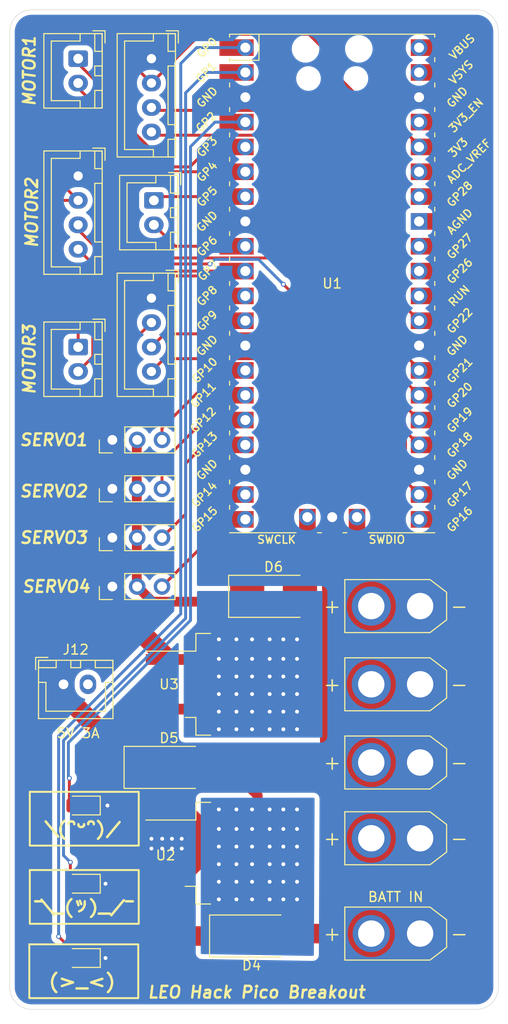
<source format=kicad_pcb>
(kicad_pcb (version 20211014) (generator pcbnew)
  (layers (0 "F.Cu" signal) (31 "B.Cu" signal) (34 "B.Paste" user) (35 "F.Paste" user) (36 "B.SilkS" user "B.Silkscreen") (37 "F.SilkS" user "F.Silkscreen") (38 "B.Mask" user) (39 "F.Mask" user) (44 "Edge.Cuts" user))
  (net 0 "")
  (net 1 "Net-(D4-Pad1)")
  (net 2 "+BATT")
  (net 3 "+5VD")
  (net 4 "Net-(D5-Pad2)")
  (net 5 "+5V")
  (net 6 "Net-(D6-Pad2)")
  (net 7 "SERVO1")
  (net 8 "SERVO3")
  (net 9 "SERVO2")
  (net 10 "SERVO4")
  (net 20 "LEDA")
  (net 21 "LEDB")
  (net 22 "LEDC")
  (net 23 "MOTOR1_DIR")
  (net 24 "MOTOR1_PWM")
  (net 25 "MOTOR2_DIR")
  (net 26 "MOTOR2_PWM")
  (net 27 "MOTOR3_DIR")
  (net 28 "MOTOR3_PWM")
  (net 29 "ENC1_B")
  (net 30 "ENC1_A")
  (net 31 "+3V3")
  (net 32 "GND")
  (net 33 "ENC2_B")
  (net 34 "ENC2_A")
  (net 35 "ENC3_B")
  (net 36 "ENC3_A")
  (footprint "MCU_RaspberryPi_and_Boards:RPi_Pico_SMD_TH" (layer "F.Cu") (at 102 86)
    (fp_text reference "U1" (at 0 0) (layer "F.SilkS"))
    (fp_text value "Pico")
    (fp_text user "GP19" (at 13.054 13.97 45) (layer "F.SilkS") (effects (font (size 0.8 0.8))))
    (fp_text user "GP6" (at -12.8 -3.81 45) (layer "F.SilkS") (effects (font (size 0.8 0.8))))
    (fp_text user "GND" (at -12.8 -19.05 45) (layer "F.SilkS") (effects (font (size 0.8 0.8))))
    (fp_text user "GP9" (at -12.8 3.81 45) (layer "F.SilkS") (effects (font (size 0.8 0.8))))
    (fp_text user "VBUS" (at 13.3 -24.2 45) (layer "F.SilkS") (effects (font (size 0.8 0.8))))
    (fp_text user "GP17" (at 13.054 21.59 45) (layer "F.SilkS") (effects (font (size 0.8 0.8))))
    (fp_text user "GP21" (at 13.054 8.9 45) (layer "F.SilkS") (effects (font (size 0.8 0.8))))
    (fp_text user "GND" (at -12.8 -6.35 45) (layer "F.SilkS") (effects (font (size 0.8 0.8))))
    (fp_text user "VSYS" (at 13.2 -21.59 45) (layer "F.SilkS") (effects (font (size 0.8 0.8))))
    (fp_text user "SWDIO" (at 5.6 26.2) (layer "F.SilkS") (effects (font (size 0.8 0.8))))
    (fp_text user "GND" (at 12.8 -19.05 45) (layer "F.SilkS") (effects (font (size 0.8 0.8))))
    (fp_text user "GND" (at 12.8 19.05 45) (layer "F.SilkS") (effects (font (size 0.8 0.8))))
    (fp_text user "GP13" (at -13.054 16.51 45) (layer "F.SilkS") (effects (font (size 0.8 0.8))))
    (fp_text user "GND" (at -12.8 6.35 45) (layer "F.SilkS") (effects (font (size 0.8 0.8))))
    (fp_text user "GP10" (at -13.054 8.89 45) (layer "F.SilkS") (effects (font (size 0.8 0.8))))
    (fp_text user "GP0" (at -12.8 -24.13 45) (layer "F.SilkS") (effects (font (size 0.8 0.8))))
    (fp_text user "GP15" (at -13.054 24.13 45) (layer "F.SilkS") (effects (font (size 0.8 0.8))))
    (fp_text user "GP14" (at -13.1 21.59 45) (layer "F.SilkS") (effects (font (size 0.8 0.8))))
    (fp_text user "GP22" (at 13.054 3.81 45) (layer "F.SilkS") (effects (font (size 0.8 0.8))))
    (fp_text user "3V3" (at 12.9 -13.9 45) (layer "F.SilkS") (effects (font (size 0.8 0.8))))
    (fp_text user "GP20" (at 13.054 11.43 45) (layer "F.SilkS") (effects (font (size 0.8 0.8))))
    (fp_text user "GND" (at 12.8 6.35 45) (layer "F.SilkS") (effects (font (size 0.8 0.8))))
    (fp_text user "GP4" (at -12.8 -11.43 45) (layer "F.SilkS") (effects (font (size 0.8 0.8))))
    (fp_text user "3V3_EN" (at 13.7 -17.2 45) (layer "F.SilkS") (effects (font (size 0.8 0.8))))
    (fp_text user "GP8" (at -12.8 1.27 45) (layer "F.SilkS") (effects (font (size 0.8 0.8))))
    (fp_text user "SWCLK" (at -5.7 26.2) (layer "F.SilkS") (effects (font (size 0.8 0.8))))
    (fp_text user "GP7" (at -12.7 -1.3 45) (layer "F.SilkS") (effects (font (size 0.8 0.8))))
    (fp_text user "ADC_VREF" (at 14 -12.5 45) (layer "F.SilkS") (effects (font (size 0.8 0.8))))
    (fp_text user "GP3" (at -12.8 -13.97 45) (layer "F.SilkS") (effects (font (size 0.8 0.8))))
    (fp_text user "GP11" (at -13.2 11.43 45) (layer "F.SilkS") (effects (font (size 0.8 0.8))))
    (fp_text user "GP26" (at 13.054 -1.27 45) (layer "F.SilkS") (effects (font (size 0.8 0.8))))
    (fp_text user "RUN" (at 13 1.27 45) (layer "F.SilkS") (effects (font (size 0.8 0.8))))
    (fp_text user "GP18" (at 13.054 16.51 45) (layer "F.SilkS") (effects (font (size 0.8 0.8))))
    (fp_text user "GND" (at -12.8 19.05 45) (layer "F.SilkS") (effects (font (size 0.8 0.8))))
    (fp_text user "GP5" (at -12.8 -8.89 45) (layer "F.SilkS") (effects (font (size 0.8 0.8))))
    (fp_text user "AGND" (at 13.054 -6.35 45) (layer "F.SilkS") (effects (font (size 0.8 0.8))))
    (fp_text user "GP2" (at -12.9 -16.51 45) (layer "F.SilkS") (effects (font (size 0.8 0.8))))
    (fp_text user "GP12" (at -13.2 13.97 45) (layer "F.SilkS") (effects (font (size 0.8 0.8))))
    (fp_text user "GP16" (at 13.054 24.13 45) (layer "F.SilkS") (effects (font (size 0.8 0.8))))
    (fp_text user "GP28" (at 13.054 -9.144 45) (layer "F.SilkS") (effects (font (size 0.8 0.8))))
    (fp_text user "GP27" (at 13.054 -3.8 45) (layer "F.SilkS") (effects (font (size 0.8 0.8))))
    (fp_text user "GP1" (at -12.9 -21.6 45) (layer "F.SilkS") (effects (font (size 0.8 0.8))))
    (pad "" np_thru_hole oval locked (at 2.425 -20.97) (size 1.5 1.5) (drill 1.5) (layers *.Cu *.Mask))
    (pad "" np_thru_hole oval locked (at -2.425 -20.97) (size 1.5 1.5) (drill 1.5) (layers *.Cu *.Mask))
    (pad "" np_thru_hole oval locked (at 2.725 -24) (size 1.8 1.8) (drill 1.8) (layers *.Cu *.Mask))
    (pad "" np_thru_hole oval locked (at -2.725 -24) (size 1.8 1.8) (drill 1.8) (layers *.Cu *.Mask))
    (pad "1" thru_hole oval locked (at -8.89 -24.13) (size 1.7 1.7) (drill 1.02) (layers *.Cu *.Mask) (net 20 "LEDA"))
    (pad "1" smd rect locked (at -8.89 -24.13) (size 3.5 1.7) (drill (offset -0.9 0)) (layers "F.Cu" "F.Mask") (net 20 "LEDA"))
    (pad "2" thru_hole oval locked (at -8.89 -21.59) (size 1.7 1.7) (drill 1.02) (layers *.Cu *.Mask) (net 21 "LEDB"))
    (pad "2" smd rect locked (at -8.89 -21.59) (size 3.5 1.7) (drill (offset -0.9 0)) (layers "F.Cu" "F.Mask") (net 21 "LEDB"))
    (pad "3" smd rect locked (at -8.89 -19.05) (size 3.5 1.7) (drill (offset -0.9 0)) (layers "F.Cu" "F.Mask") (net 32 "GND"))
    (pad "3" thru_hole rect locked (at -8.89 -19.05) (size 1.7 1.7) (drill 1.02) (layers *.Cu *.Mask) (net 32 "GND"))
    (pad "4" thru_hole oval locked (at -8.89 -16.51) (size 1.7 1.7) (drill 1.02) (layers *.Cu *.Mask) (net 22 "LEDC"))
    (pad "4" smd rect locked (at -8.89 -16.51) (size 3.5 1.7) (drill (offset -0.9 0)) (layers "F.Cu" "F.Mask") (net 22 "LEDC"))
    (pad "5" thru_hole oval locked (at -8.89 -13.97) (size 1.7 1.7) (drill 1.02) (layers *.Cu *.Mask) (net 24 "MOTOR1_PWM"))
    (pad "5" smd rect locked (at -8.89 -13.97) (size 3.5 1.7) (drill (offset -0.9 0)) (layers "F.Cu" "F.Mask") (net 24 "MOTOR1_PWM"))
    (pad "6" smd rect locked (at -8.89 -11.43) (size 3.5 1.7) (drill (offset -0.9 0)) (layers "F.Cu" "F.Mask") (net 23 "MOTOR1_DIR"))
    (pad "6" thru_hole oval locked (at -8.89 -11.43) (size 1.7 1.7) (drill 1.02) (layers *.Cu *.Mask) (net 23 "MOTOR1_DIR"))
    (pad "7" smd rect locked (at -8.89 -8.89) (size 3.5 1.7) (drill (offset -0.9 0)) (layers "F.Cu" "F.Mask") (net 26 "MOTOR2_PWM"))
    (pad "7" thru_hole oval locked (at -8.89 -8.89) (size 1.7 1.7) (drill 1.02) (layers *.Cu *.Mask) (net 26 "MOTOR2_PWM"))
    (pad "8" smd rect locked (at -8.89 -6.35) (size 3.5 1.7) (drill (offset -0.9 0)) (layers "F.Cu" "F.Mask") (net 32 "GND"))
    (pad "8" thru_hole rect locked (at -8.89 -6.35) (size 1.7 1.7) (drill 1.02) (layers *.Cu *.Mask) (net 32 "GND"))
    (pad "9" thru_hole oval locked (at -8.89 -3.81) (size 1.7 1.7) (drill 1.02) (layers *.Cu *.Mask) (net 25 "MOTOR2_DIR"))
    (pad "9" smd rect locked (at -8.89 -3.81) (size 3.5 1.7) (drill (offset -0.9 0)) (layers "F.Cu" "F.Mask") (net 25 "MOTOR2_DIR"))
    (pad "10" smd rect locked (at -8.89 -1.27) (size 3.5 1.7) (drill (offset -0.9 0)) (layers "F.Cu" "F.Mask") (net 28 "MOTOR3_PWM"))
    (pad "10" thru_hole oval locked (at -8.89 -1.27) (size 1.7 1.7) (drill 1.02) (layers *.Cu *.Mask) (net 28 "MOTOR3_PWM"))
    (pad "11" smd rect locked (at -8.89 1.27) (size 3.5 1.7) (drill (offset -0.9 0)) (layers "F.Cu" "F.Mask") (net 27 "MOTOR3_DIR"))
    (pad "11" thru_hole oval locked (at -8.89 1.27) (size 1.7 1.7) (drill 1.02) (layers *.Cu *.Mask) (net 27 "MOTOR3_DIR"))
    (pad "12" smd rect locked (at -8.89 3.81) (size 3.5 1.7) (drill (offset -0.9 0)) (layers "F.Cu" "F.Mask"))
    (pad "12" thru_hole oval locked (at -8.89 3.81) (size 1.7 1.7) (drill 1.02) (layers *.Cu *.Mask))
    (pad "13" smd rect locked (at -8.89 6.35) (size 3.5 1.7) (drill (offset -0.9 0)) (layers "F.Cu" "F.Mask") (net 32 "GND"))
    (pad "13" thru_hole rect locked (at -8.89 6.35) (size 1.7 1.7) (drill 1.02) (layers *.Cu *.Mask) (net 32 "GND"))
    (pad "14" smd rect locked (at -8.89 8.89) (size 3.5 1.7) (drill (offset -0.9 0)) (layers "F.Cu" "F.Mask") (net 7 "SERVO1"))
    (pad "14" thru_hole oval locked (at -8.89 8.89) (size 1.7 1.7) (drill 1.02) (layers *.Cu *.Mask) (net 7 "SERVO1"))
    (pad "15" smd rect locked (at -8.89 11.43) (size 3.5 1.7) (drill (offset -0.9 0)) (layers "F.Cu" "F.Mask") (net 9 "SERVO2"))
    (pad "15" thru_hole oval locked (at -8.89 11.43) (size 1.7 1.7) (drill 1.02) (layers *.Cu *.Mask) (net 9 "SERVO2"))
    (pad "16" thru_hole oval locked (at -8.89 13.97) (size 1.7 1.7) (drill 1.02) (layers *.Cu *.Mask) (net 8 "SERVO3"))
    (pad "16" smd rect locked (at -8.89 13.97) (size 3.5 1.7) (drill (offset -0.9 0)) (layers "F.Cu" "F.Mask") (net 8 "SERVO3"))
    (pad "17" smd rect locked (at -8.89 16.51) (size 3.5 1.7) (drill (offset -0.9 0)) (layers "F.Cu" "F.Mask") (net 10 "SERVO4"))
    (pad "17" thru_hole oval locked (at -8.89 16.51) (size 1.7 1.7) (drill 1.02) (layers *.Cu *.Mask) (net 10 "SERVO4"))
    (pad "18" thru_hole rect locked (at -8.89 19.05) (size 1.7 1.7) (drill 1.02) (layers *.Cu *.Mask) (net 32 "GND"))
    (pad "18" smd rect locked (at -8.89 19.05) (size 3.5 1.7) (drill (offset -0.9 0)) (layers "F.Cu" "F.Mask") (net 32 "GND"))
    (pad "19" smd rect locked (at -8.89 21.59) (size 3.5 1.7) (drill (offset -0.9 0)) (layers "F.Cu" "F.Mask"))
    (pad "19" thru_hole oval locked (at -8.89 21.59) (size 1.7 1.7) (drill 1.02) (layers *.Cu *.Mask))
    (pad "20" thru_hole oval locked (at -8.89 24.13) (size 1.7 1.7) (drill 1.02) (layers *.Cu *.Mask))
    (pad "20" smd rect locked (at -8.89 24.13) (size 3.5 1.7) (drill (offset -0.9 0)) (layers "F.Cu" "F.Mask"))
    (pad "21" smd rect locked (at 8.89 24.13) (size 3.5 1.7) (drill (offset 0.9 0)) (layers "F.Cu" "F.Mask"))
    (pad "21" thru_hole oval locked (at 8.89 24.13) (size 1.7 1.7) (drill 1.02) (layers *.Cu *.Mask))
    (pad "22" smd rect locked (at 8.89 21.59) (size 3.5 1.7) (drill (offset 0.9 0)) (layers "F.Cu" "F.Mask") (net 35 "ENC3_B"))
    (pad "22" thru_hole oval locked (at 8.89 21.59) (size 1.7 1.7) (drill 1.02) (layers *.Cu *.Mask) (net 35 "ENC3_B"))
    (pad "23" thru_hole rect locked (at 8.89 19.05) (size 1.7 1.7) (drill 1.02) (layers *.Cu *.Mask) (net 32 "GND"))
    (pad "23" smd rect locked (at 8.89 19.05) (size 3.5 1.7) (drill (offset 0.9 0)) (layers "F.Cu" "F.Mask") (net 32 "GND"))
    (pad "24" smd rect locked (at 8.89 16.51) (size 3.5 1.7) (drill (offset 0.9 0)) (layers "F.Cu" "F.Mask") (net 36 "ENC3_A"))
    (pad "24" thru_hole oval locked (at 8.89 16.51) (size 1.7 1.7) (drill 1.02) (layers *.Cu *.Mask) (net 36 "ENC3_A"))
    (pad "25" smd rect locked (at 8.89 13.97) (size 3.5 1.7) (drill (offset 0.9 0)) (layers "F.Cu" "F.Mask") (net 33 "ENC2_B"))
    (pad "25" thru_hole oval locked (at 8.89 13.97) (size 1.7 1.7) (drill 1.02) (layers *.Cu *.Mask) (net 33 "ENC2_B"))
    (pad "26" smd rect locked (at 8.89 11.43) (size 3.5 1.7) (drill (offset 0.9 0)) (layers "F.Cu" "F.Mask") (net 34 "ENC2_A"))
    (pad "26" thru_hole oval locked (at 8.89 11.43) (size 1.7 1.7) (drill 1.02) (layers *.Cu *.Mask) (net 34 "ENC2_A"))
    (pad "27" smd rect locked (at 8.89 8.89) (size 3.5 1.7) (drill (offset 0.9 0)) (layers "F.Cu" "F.Mask") (net 29 "ENC1_B"))
    (pad "27" thru_hole oval locked (at 8.89 8.89) (size 1.7 1.7) (drill 1.02) (layers *.Cu *.Mask) (net 29 "ENC1_B"))
    (pad "28" smd rect locked (at 8.89 6.35) (size 3.5 1.7) (drill (offset 0.9 0)) (layers "F.Cu" "F.Mask") (net 32 "GND"))
    (pad "28" thru_hole rect locked (at 8.89 6.35) (size 1.7 1.7) (drill 1.02) (layers *.Cu *.Mask) (net 32 "GND"))
    (pad "29" smd rect locked (at 8.89 3.81) (size 3.5 1.7) (drill (offset 0.9 0)) (layers "F.Cu" "F.Mask") (net 30 "ENC1_A"))
    (pad "29" thru_hole oval locked (at 8.89 3.81) (size 1.7 1.7) (drill 1.02) (layers *.Cu *.Mask) (net 30 "ENC1_A"))
    (pad "30" thru_hole oval locked (at 8.89 1.27) (size 1.7 1.7) (drill 1.02) (layers *.Cu *.Mask))
    (pad "30" smd rect locked (at 8.89 1.27) (size 3.5 1.7) (drill (offset 0.9 0)) (layers "F.Cu" "F.Mask"))
    (pad "31" smd rect locked (at 8.89 -1.27) (size 3.5 1.7) (drill (offset 0.9 0)) (layers "F.Cu" "F.Mask"))
    (pad "31" thru_hole oval locked (at 8.89 -1.27) (size 1.7 1.7) (drill 1.02) (layers *.Cu *.Mask))
    (pad "32" smd rect locked (at 8.89 -3.81) (size 3.5 1.7) (drill (offset 0.9 0)) (layers "F.Cu" "F.Mask"))
    (pad "32" thru_hole oval locked (at 8.89 -3.81) (size 1.7 1.7) (drill 1.02) (layers *.Cu *.Mask))
    (pad "33" thru_hole rect locked (at 8.89 -6.35) (size 1.7 1.7) (drill 1.02) (layers *.Cu *.Mask))
    (pad "33" smd rect locked (at 8.89 -6.35) (size 3.5 1.7) (drill (offset 0.9 0)) (layers "F.Cu" "F.Mask"))
    (pad "34" smd rect locked (at 8.89 -8.89) (size 3.5 1.7) (drill (offset 0.9 0)) (layers "F.Cu" "F.Mask"))
    (pad "34" thru_hole oval locked (at 8.89 -8.89) (size 1.7 1.7) (drill 1.02) (layers *.Cu *.Mask))
    (pad "35" thru_hole oval locked (at 8.89 -11.43) (size 1.7 1.7) (drill 1.02) (layers *.Cu *.Mask))
    (pad "35" smd rect locked (at 8.89 -11.43) (size 3.5 1.7) (drill (offset 0.9 0)) (layers "F.Cu" "F.Mask"))
    (pad "36" smd rect locked (at 8.89 -13.97) (size 3.5 1.7) (drill (offset 0.9 0)) (layers "F.Cu" "F.Mask") (net 31 "+3V3"))
    (pad "36" thru_hole oval locked (at 8.89 -13.97) (size 1.7 1.7) (drill 1.02) (layers *.Cu *.Mask) (net 31 "+3V3"))
    (pad "37" thru_hole oval locked (at 8.89 -16.51) (size 1.7 1.7) (drill 1.02) (layers *.Cu *.Mask))
    (pad "37" smd rect locked (at 8.89 -16.51) (size 3.5 1.7) (drill (offset 0.9 0)) (layers "F.Cu" "F.Mask"))
    (pad "38" thru_hole rect locked (at 8.89 -19.05) (size 1.7 1.7) (drill 1.02) (layers *.Cu *.Mask) (net 32 "GND"))
    (pad "38" smd rect locked (at 8.89 -19.05) (size 3.5 1.7) (drill (offset 0.9 0)) (layers "F.Cu" "F.Mask") (net 32 "GND"))
    (pad "39" thru_hole oval locked (at 8.89 -21.59) (size 1.7 1.7) (drill 1.02) (layers *.Cu *.Mask) (net 5 "+5V"))
    (pad "39" smd rect locked (at 8.89 -21.59) (size 3.5 1.7) (drill (offset 0.9 0)) (layers "F.Cu" "F.Mask") (net 5 "+5V"))
    (pad "40" thru_hole oval locked (at 8.89 -24.13) (size 1.7 1.7) (drill 1.02) (layers *.Cu *.Mask))
    (pad "40" smd rect locked (at 8.89 -24.13) (size 3.5 1.7) (drill (offset 0.9 0)) (layers "F.Cu" "F.Mask"))
    (pad "41" thru_hole oval locked (at -2.54 23.9) (size 1.7 1.7) (drill 1.02) (layers *.Cu *.Mask))
    (pad "41" smd rect locked (at -2.54 23.9 90) (size 3.5 1.7) (drill (offset -0.9 0)) (layers "F.Cu" "F.Mask"))
    (pad "42" thru_hole rect locked (at 0 23.9) (size 1.7 1.7) (drill 1.02) (layers *.Cu *.Mask) (net 32 "GND"))
    (pad "42" smd rect locked (at 0 23.9 90) (size 3.5 1.7) (drill (offset -0.9 0)) (layers "F.Cu" "F.Mask") (net 32 "GND"))
    (pad "43" smd rect locked (at 2.54 23.9 90) (size 3.5 1.7) (drill (offset -0.9 0)) (layers "F.Cu" "F.Mask"))
    (pad "43" thru_hole oval locked (at 2.54 23.9) (size 1.7 1.7) (drill 1.02) (layers *.Cu *.Mask))
  )
  (footprint "LED_SMD:LED_0805_2012Metric_Pad1.15x1.40mm_HandSolder" (layer "F.Cu") (at 76.4 155 180)
    (fp_text reference "D1")
    (fp_text value "LED")
    (pad "1" smd roundrect locked (at -1.025 0 180) (size 1.15 1.4) (layers "F.Cu" "F.Paste" "F.Mask") (roundrect_rratio 0.2173913043) (net 32 "GND"))
    (pad "2" smd roundrect locked (at 1.025 0 180) (size 1.15 1.4) (layers "F.Cu" "F.Paste" "F.Mask") (roundrect_rratio 0.2173913043) (net 20 "LEDA"))
  )
  (footprint "LED_SMD:LED_0805_2012Metric_Pad1.15x1.40mm_HandSolder" (layer "F.Cu") (at 76.4 147.4 180)
    (fp_text reference "D2")
    (fp_text value "LED")
    (pad "1" smd roundrect locked (at -1.025 0 180) (size 1.15 1.4) (layers "F.Cu" "F.Paste" "F.Mask") (roundrect_rratio 0.2173913043) (net 32 "GND"))
    (pad "2" smd roundrect locked (at 1.025 0 180) (size 1.15 1.4) (layers "F.Cu" "F.Paste" "F.Mask") (roundrect_rratio 0.2173913043) (net 21 "LEDB"))
  )
  (footprint "LED_SMD:LED_0805_2012Metric_Pad1.15x1.40mm_HandSolder" (layer "F.Cu") (at 76.4 139.4 180)
    (fp_text reference "D3")
    (fp_text value "LED")
    (pad "1" smd roundrect locked (at -1.025 0 180) (size 1.15 1.4) (layers "F.Cu" "F.Paste" "F.Mask") (roundrect_rratio 0.2173913043) (net 32 "GND"))
    (pad "2" smd roundrect locked (at 1.025 0 180) (size 1.15 1.4) (layers "F.Cu" "F.Paste" "F.Mask") (roundrect_rratio 0.2173913043) (net 22 "LEDC"))
  )
  (footprint "Connector_JST:JST_XH_B2B-XH-A_1x02_P2.50mm_Vertical" (layer "F.Cu") (at 76 63 -90)
    (fp_text reference "J1")
    (fp_text value "Conn_01x02")
    (pad "1" thru_hole roundrect locked (at 0 0 270) (size 1.7 2) (drill 1) (layers *.Cu *.Mask) (roundrect_rratio 0.1470588235) (net 24 "MOTOR1_PWM"))
    (pad "2" thru_hole oval locked (at 2.5 0 270) (size 1.7 2) (drill 1) (layers *.Cu *.Mask) (net 23 "MOTOR1_DIR"))
  )
  (footprint "Connector_JST:JST_XH_B2B-XH-A_1x02_P2.50mm_Vertical" (layer "F.Cu") (at 83.75 77.5 -90)
    (fp_text reference "J2")
    (fp_text value "Conn_01x02")
    (pad "1" thru_hole roundrect locked (at 0 0 270) (size 1.7 2) (drill 1) (layers *.Cu *.Mask) (roundrect_rratio 0.1470588235) (net 26 "MOTOR2_PWM"))
    (pad "2" thru_hole oval locked (at 2.5 0 270) (size 1.7 2) (drill 1) (layers *.Cu *.Mask) (net 25 "MOTOR2_DIR"))
  )
  (footprint "Connector_JST:JST_XH_B2B-XH-A_1x02_P2.50mm_Vertical" (layer "F.Cu") (at 76 92.5 -90)
    (fp_text reference "J3")
    (fp_text value "Conn_01x02")
    (pad "1" thru_hole roundrect locked (at 0 0 270) (size 1.7 2) (drill 1) (layers *.Cu *.Mask) (roundrect_rratio 0.1470588235) (net 28 "MOTOR3_PWM"))
    (pad "2" thru_hole oval locked (at 2.5 0 270) (size 1.7 2) (drill 1) (layers *.Cu *.Mask) (net 27 "MOTOR3_DIR"))
  )
  (footprint "Connector_JST:JST_XH_B4B-XH-A_1x04_P2.50mm_Vertical" (layer "F.Cu") (at 83.5 63 -90)
    (fp_text reference "J4")
    (fp_text value "Conn_01x04")
    (pad "1" thru_hole roundrect locked (at 0 0 270) (size 1.7 1.95) (drill 0.95) (layers *.Cu *.Mask) (roundrect_rratio 0.1470588235) (net 32 "GND"))
    (pad "2" thru_hole oval locked (at 2.5 0 270) (size 1.7 1.95) (drill 0.95) (layers *.Cu *.Mask) (net 31 "+3V3"))
    (pad "3" thru_hole oval locked (at 5 0 270) (size 1.7 1.95) (drill 0.95) (layers *.Cu *.Mask) (net 30 "ENC1_A"))
    (pad "4" thru_hole oval locked (at 7.5 0 270) (size 1.7 1.95) (drill 0.95) (layers *.Cu *.Mask) (net 29 "ENC1_B"))
  )
  (footprint "Connector_JST:JST_XH_B4B-XH-A_1x04_P2.50mm_Vertical" (layer "F.Cu") (at 76 75 -90)
    (fp_text reference "J5")
    (fp_text value "Conn_01x04")
    (pad "1" thru_hole roundrect locked (at 0 0 270) (size 1.7 1.95) (drill 0.95) (layers *.Cu *.Mask) (roundrect_rratio 0.1470588235) (net 32 "GND"))
    (pad "2" thru_hole oval locked (at 2.5 0 270) (size 1.7 1.95) (drill 0.95) (layers *.Cu *.Mask) (net 31 "+3V3"))
    (pad "3" thru_hole oval locked (at 5 0 270) (size 1.7 1.95) (drill 0.95) (layers *.Cu *.Mask) (net 34 "ENC2_A"))
    (pad "4" thru_hole oval locked (at 7.5 0 270) (size 1.7 1.95) (drill 0.95) (layers *.Cu *.Mask) (net 33 "ENC2_B"))
  )
  (footprint "Connector_JST:JST_XH_B4B-XH-A_1x04_P2.50mm_Vertical" (layer "F.Cu") (at 83.5 87.5 -90)
    (fp_text reference "J6")
    (fp_text value "Conn_01x04")
    (pad "1" thru_hole roundrect locked (at 0 0 270) (size 1.7 1.95) (drill 0.95) (layers *.Cu *.Mask) (roundrect_rratio 0.1470588235) (net 32 "GND"))
    (pad "2" thru_hole oval locked (at 2.5 0 270) (size 1.7 1.95) (drill 0.95) (layers *.Cu *.Mask) (net 31 "+3V3"))
    (pad "3" thru_hole oval locked (at 5 0 270) (size 1.7 1.95) (drill 0.95) (layers *.Cu *.Mask) (net 36 "ENC3_A"))
    (pad "4" thru_hole oval locked (at 7.5 0 270) (size 1.7 1.95) (drill 0.95) (layers *.Cu *.Mask) (net 35 "ENC3_B"))
  )
  (footprint "Connector_PinHeader_2.54mm:PinHeader_1x03_P2.54mm_Vertical" (layer "F.Cu") (at 79.5 117 90)
    (fp_text reference "J16")
    (fp_text value "Conn_01x03")
    (pad "1" thru_hole rect locked (at 0 0 90) (size 1.7 1.7) (drill 1) (layers *.Cu *.Mask) (net 32 "GND"))
    (pad "2" thru_hole oval locked (at 0 2.54 90) (size 1.7 1.7) (drill 1) (layers *.Cu *.Mask) (net 5 "+5V"))
    (pad "3" thru_hole oval locked (at 0 5.08 90) (size 1.7 1.7) (drill 1) (layers *.Cu *.Mask) (net 10 "SERVO4"))
  )
  (footprint "Connector_PinHeader_2.54mm:PinHeader_1x03_P2.54mm_Vertical" (layer "F.Cu") (at 79.5 112 90)
    (fp_text reference "J14")
    (fp_text value "Conn_01x03")
    (pad "1" thru_hole rect locked (at 0 0 90) (size 1.7 1.7) (drill 1) (layers *.Cu *.Mask) (net 32 "GND"))
    (pad "2" thru_hole oval locked (at 0 2.54 90) (size 1.7 1.7) (drill 1) (layers *.Cu *.Mask) (net 5 "+5V"))
    (pad "3" thru_hole oval locked (at 0 5.08 90) (size 1.7 1.7) (drill 1) (layers *.Cu *.Mask) (net 8 "SERVO3"))
  )
  (footprint "Package_TO_SOT_SMD:TO-263-2" (layer "F.Cu") (at 91 127)
    (fp_text reference "U3" (at -5.7 0) (layer "F.SilkS"))
    (fp_text value "LM1085-5.0")
    (pad "1" smd rect locked (at -5.775 -2.54) (size 4.6 1.1) (layers "F.Cu" "F.Paste" "F.Mask") (net 32 "GND"))
    (pad "2" smd rect locked (at 3.375 0) (size 9.4 10.8) (layers "F.Cu" "F.Mask") (net 6 "Net-(D6-Pad2)"))
    (pad "3" smd rect locked (at -5.775 2.54) (size 4.6 1.1) (layers "F.Cu" "F.Paste" "F.Mask") (net 1 "Net-(D4-Pad1)"))
  )
  (footprint "Connector_AMASS:AMASS_XT30U-F_1x02_P5.0mm_Vertical" (layer "F.Cu") (at 111 119 180)
    (fp_text reference "J9")
    (fp_text value "Conn_01x02")
    (fp_text user "+" (at 9 0) (layer "F.SilkS") (effects (font (size 1.5 1.5))))
    (fp_text user "-" (at -4 0) (layer "F.SilkS") (effects (font (size 1.5 1.5))))
    (pad "1" thru_hole rect locked (at 0 0 180) (size 3.8 3.8) (drill 2.7) (layers *.Cu *.Mask) (net 32 "GND"))
    (pad "2" thru_hole circle locked (at 5 0 180) (size 4 4) (drill 2.7) (layers *.Cu *.Mask) (net 2 "+BATT"))
  )
  (footprint "Connector_AMASS:AMASS_XT30U-F_1x02_P5.0mm_Vertical" (layer "F.Cu") (at 111 127 180)
    (fp_text reference "J11")
    (fp_text value "Conn_01x02")
    (fp_text user "-" (at -4 0) (layer "F.SilkS") (effects (font (size 1.5 1.5))))
    (fp_text user "+" (at 9 0) (layer "F.SilkS") (effects (font (size 1.5 1.5))))
    (pad "1" thru_hole rect locked (at 0 0 180) (size 3.8 3.8) (drill 2.7) (layers *.Cu *.Mask) (net 32 "GND"))
    (pad "2" thru_hole circle locked (at 5 0 180) (size 4 4) (drill 2.7) (layers *.Cu *.Mask) (net 2 "+BATT"))
  )
  (footprint "Connector_AMASS:AMASS_XT30U-F_1x02_P5.0mm_Vertical" (layer "F.Cu") (at 111 135 180)
    (fp_text reference "J8")
    (fp_text value "Conn_01x02")
    (fp_text user "-" (at -4 0) (layer "F.SilkS") (effects (font (size 1.5 1.5))))
    (fp_text user "+" (at 9 0) (layer "F.SilkS") (effects (font (size 1.5 1.5))))
    (pad "1" thru_hole rect locked (at 0 0 180) (size 3.8 3.8) (drill 2.7) (layers *.Cu *.Mask) (net 32 "GND"))
    (pad "2" thru_hole circle locked (at 5 0 180) (size 4 4) (drill 2.7) (layers *.Cu *.Mask) (net 2 "+BATT"))
  )
  (footprint "Connector_PinHeader_2.54mm:PinHeader_1x03_P2.54mm_Vertical" (layer "F.Cu") (at 79.5 102 90)
    (fp_text reference "J13")
    (fp_text value "Conn_01x03")
    (pad "1" thru_hole rect locked (at 0 0 90) (size 1.7 1.7) (drill 1) (layers *.Cu *.Mask) (net 32 "GND"))
    (pad "2" thru_hole oval locked (at 0 2.54 90) (size 1.7 1.7) (drill 1) (layers *.Cu *.Mask) (net 5 "+5V"))
    (pad "3" thru_hole oval locked (at 0 5.08 90) (size 1.7 1.7) (drill 1) (layers *.Cu *.Mask) (net 7 "SERVO1"))
  )
  (footprint "Connector_JST:JST_XH_B2B-XH-A_1x02_P2.50mm_Vertical" (layer "F.Cu") (at 74.5 127)
    (fp_text reference "J12" (at 1.25 -3.55) (layer "F.SilkS"))
    (fp_text value "Conn_01x02")
    (pad "1" thru_hole roundrect locked (at 0 0) (size 1.7 2) (drill 1) (layers *.Cu *.Mask) (roundrect_rratio 0.1470588235) (net 32 "GND"))
    (pad "2" thru_hole oval locked (at 2.5 0) (size 1.7 2) (drill 1) (layers *.Cu *.Mask) (net 3 "+5VD"))
  )
  (footprint "Diode_SMD:D_SMB_Handsoldering" (layer "F.Cu") (at 96 118)
    (fp_text reference "D6" (at 0 -3) (layer "F.SilkS"))
    (fp_text value "D_Schottky")
    (pad "1" smd rect locked (at -2.7 0) (size 3.5 2.3) (layers "F.Cu" "F.Paste" "F.Mask") (net 5 "+5V"))
    (pad "2" smd rect locked (at 2.7 0) (size 3.5 2.3) (layers "F.Cu" "F.Paste" "F.Mask") (net 6 "Net-(D6-Pad2)"))
  )
  (footprint "Connector_AMASS:AMASS_XT30U-F_1x02_P5.0mm_Vertical" (layer "F.Cu") (at 111 142.75 180)
    (fp_text reference "J10")
    (fp_text value "Conn_01x02")
    (fp_text user "-" (at -4 0) (layer "F.SilkS") (effects (font (size 1.5 1.5))))
    (fp_text user "+" (at 9 0) (layer "F.SilkS") (effects (font (size 1.5 1.5))))
    (pad "1" thru_hole rect locked (at 0 0 180) (size 3.8 3.8) (drill 2.7) (layers *.Cu *.Mask) (net 32 "GND"))
    (pad "2" thru_hole circle locked (at 5 0 180) (size 4 4) (drill 2.7) (layers *.Cu *.Mask) (net 2 "+BATT"))
  )
  (footprint "Package_TO_SOT_SMD:TO-263-2" (layer "F.Cu") (at 91 144.275)
    (fp_text reference "U2" (at -6.05 0.225) (layer "F.SilkS"))
    (fp_text value "LM1085-5.0")
    (pad "1" smd rect locked (at -5.775 -2.54) (size 4.6 1.1) (layers "F.Cu" "F.Paste" "F.Mask") (net 32 "GND"))
    (pad "2" smd rect locked (at 3.375 0) (size 9.4 10.8) (layers "F.Cu" "F.Mask") (net 4 "Net-(D5-Pad2)"))
    (pad "3" smd rect locked (at -5.775 2.54) (size 4.6 1.1) (layers "F.Cu" "F.Paste" "F.Mask") (net 1 "Net-(D4-Pad1)"))
  )
  (footprint "Diode_SMD:D_SMB_Handsoldering" (layer "F.Cu") (at 85.3 135.5)
    (fp_text reference "D5" (at 0 -3) (layer "F.SilkS"))
    (fp_text value "D_Schottky")
    (pad "1" smd rect locked (at -2.7 0) (size 3.5 2.3) (layers "F.Cu" "F.Paste" "F.Mask") (net 3 "+5VD"))
    (pad "2" smd rect locked (at 2.7 0) (size 3.5 2.3) (layers "F.Cu" "F.Paste" "F.Mask") (net 4 "Net-(D5-Pad2)"))
  )
  (footprint "Connector_AMASS:AMASS_XT30U-M_1x02_P5.0mm_Vertical" (layer "F.Cu") (at 111 152.5 180)
    (fp_text reference "J7")
    (fp_text value "Conn_01x02")
    (fp_text user "+" (at 9 0) (layer "F.SilkS") (effects (font (size 1.5 1.5))))
    (fp_text user "-" (at -4 0) (layer "F.SilkS") (effects (font (size 1.5 1.5))))
    (pad "1" thru_hole rect locked (at 0 0 180) (size 3.8 3.8) (drill 2.7) (layers *.Cu *.Mask) (net 32 "GND"))
    (pad "2" thru_hole circle locked (at 5 0 180) (size 3.8 3.8) (drill 2.7) (layers *.Cu *.Mask) (net 2 "+BATT"))
  )
  (footprint "Diode_SMD:D_SMB_Handsoldering" (layer "F.Cu") (at 94.05 152.75)
    (fp_text reference "D4" (at -0.3 3) (layer "F.SilkS"))
    (fp_text value "D_Schottky")
    (pad "1" smd rect locked (at -2.7 0) (size 3.5 2.3) (layers "F.Cu" "F.Paste" "F.Mask") (net 1 "Net-(D4-Pad1)"))
    (pad "2" smd rect locked (at 2.7 0) (size 3.5 2.3) (layers "F.Cu" "F.Paste" "F.Mask") (net 2 "+BATT"))
  )
  (footprint "Connector_PinHeader_2.54mm:PinHeader_1x03_P2.54mm_Vertical" (layer "F.Cu") (at 79.5 107 90)
    (fp_text reference "J15")
    (fp_text value "Conn_01x03")
    (pad "1" thru_hole rect locked (at 0 0 90) (size 1.7 1.7) (drill 1) (layers *.Cu *.Mask) (net 32 "GND"))
    (pad "2" thru_hole oval locked (at 0 2.54 90) (size 1.7 1.7) (drill 1) (layers *.Cu *.Mask) (net 5 "+5V"))
    (pad "3" thru_hole oval locked (at 0 5.08 90) (size 1.7 1.7) (drill 1) (layers *.Cu *.Mask) (net 9 "SERVO2"))
  )
  (gr_rect (start 82.2 143.5) (end 71.05 138) (layer "F.SilkS") (width 0.2) (fill none))
  (gr_rect (start 71 153.6) (end 82.15 159.1) (layer "F.SilkS") (width 0.2) (fill none))
  (gr_rect (start 82.2 151.5) (end 71.05 146) (layer "F.SilkS") (width 0.2) (fill none))
  (gr_line (start 69 60.25) (end 69 158) (layer "Edge.Cuts") (width 0.05))
  (gr_line (start 119 158) (end 119 60.25) (layer "Edge.Cuts") (width 0.05))
  (gr_arc (start 69 60.25) (mid 69.65901 58.65901) (end 71.25 58) (layer "Edge.Cuts") (width 0.05))
  (gr_line (start 71.25 160.25) (end 116.75 160.25) (layer "Edge.Cuts") (width 0.05))
  (gr_arc (start 119 158) (mid 118.34099 159.59099) (end 116.75 160.25) (layer "Edge.Cuts") (width 0.05))
  (gr_arc (start 71.25 160.25) (mid 69.65901 159.59099) (end 69 158) (layer "Edge.Cuts") (width 0.05))
  (gr_arc (start 116.75 58) (mid 118.34099 58.65901) (end 119 60.25) (layer "Edge.Cuts") (width 0.05))
  (gr_line (start 116.75 58) (end 71.25 58) (layer "Edge.Cuts") (width 0.05))
  (gr_text "5V 3A" (at 76 132) (layer "F.SilkS") (effects (font (size 1 1))))
  (gr_text "SERVO1" (at 73.5 102) (layer "F.SilkS") (effects (font (size 1.2 1.2) (thickness 0.25) italic)))
  (gr_text "BATT IN" (at 108.5 148.75) (layer "F.SilkS") (effects (font (size 1 1))))
  (gr_text "\\(ᵔᵕᵔ)/" (at 76.6 141.8) (layer "F.SilkS") (effects (font (size 1.2 1.5) (thickness 0.25))))
  (gr_text "SERVO2" (at 73.5 107.25) (layer "F.SilkS") (effects (font (size 1.2 1.2) (thickness 0.25) italic)))
  (gr_text "MOTOR3" (at 71 93.75 90) (layer "F.SilkS") (effects (font (size 1.2 1.2) (thickness 0.25) italic)))
  (gr_text "LEO Hack Pico Breakout" (at 94.25 158.5) (layer "F.SilkS") (effects (font (size 1.2 1.2) (thickness 0.25) italic)))
  (gr_text "SERVO3" (at 73.5 112) (layer "F.SilkS") (effects (font (size 1.2 1.2) (thickness 0.25) italic)))
  (gr_text "(>_<)" (at 76.4 157.4) (layer "F.SilkS") (effects (font (size 1.3 1.5) (thickness 0.25))))
  (gr_text "MOTOR1" (at 71 64.25 90) (layer "F.SilkS") (effects (font (size 1.2 1.2) (thickness 0.25) italic)))
  (gr_text "SERVO4" (at 73.75 117) (layer "F.SilkS") (effects (font (size 1.2 1.2) (thickness 0.25) italic)))
  (gr_text "MOTOR2" (at 71.25 78.75 90) (layer "F.SilkS") (effects (font (size 1.2 1.2) (thickness 0.25) italic)))
  (gr_text "¯\\_(ツ)_/¯" (at 76.6 149.8) (layer "F.SilkS") (effects (font (size 1.2 1.5) (thickness 0.25))))
  (segment (start 85.225 152.625) (end 85.225 146.815) (width 2) (layer "F.Cu") (net 1))
  (segment (start 85.35 152.75) (end 85.225 152.625) (width 2) (layer "F.Cu") (net 1))
  (segment (start 88.5 145.29) (end 88.5 141) (width 1) (layer "F.Cu") (net 1))
  (segment (start 88.5 141) (end 85.225 137.725) (width 1) (layer "F.Cu") (net 1))
  (segment (start 91.35 152.75) (end 85.35 152.75) (width 2) (layer "F.Cu") (net 1))
  (segment (start 85.225 137.725) (end 85.225 129.54) (width 1) (layer "F.Cu") (net 1))
  (segment (start 86.975 146.815) (end 88.5 145.29) (width 1) (layer "F.Cu") (net 1))
  (segment (start 85.225 146.815) (end 86.975 146.815) (width 1) (layer "F.Cu") (net 1))
  (segment (start 97 152.5) (end 96.75 152.75) (width 2) (layer "F.Cu") (net 2))
  (segment (start 106 152.5) (end 97 152.5) (width 2) (layer "F.Cu") (net 2))
  (segment (start 82 135.5) (end 74.5 128) (width 2) (layer "F.Cu") (net 3))
  (segment (start 74.5 128) (end 74.5 127) (width 2) (layer "F.Cu") (net 3))
  (segment (start 82.6 135.5) (end 82 135.5) (width 2) (layer "F.Cu") (net 3))
  (segment (start 91.5 135.5) (end 88 135.5) (width 1) (layer "F.Cu") (net 4))
  (segment (start 94.375 138.375) (end 91.5 135.5) (width 1) (layer "F.Cu") (net 4))
  (segment (start 94.375 144.275) (end 94.375 138.375) (width 1) (layer "F.Cu") (net 4))
  (via (at 95.6 149) (size 0.8) (drill 0.4) (layers "F.Cu" "B.Cu") (net 4))
  (via (at 90.4 147.2) (size 0.8) (drill 0.4) (layers "F.Cu" "B.Cu") (net 4))
  (via (at 97 145.4) (size 0.8) (drill 0.4) (layers "F.Cu" "B.Cu") (net 4))
  (via (at 97 149) (size 0.8) (drill 0.4) (layers "F.Cu" "B.Cu") (net 4))
  (via (at 93.8 141.8) (size 0.8) (drill 0.4) (layers "F.Cu" "B.Cu") (net 4))
  (via (at 95.6 147.2) (size 0.8) (drill 0.4) (layers "F.Cu" "B.Cu") (net 4))
  (via (at 93.8 145.4) (size 0.8) (drill 0.4) (layers "F.Cu" "B.Cu") (net 4))
  (via (at 98.4 149) (size 0.8) (drill 0.4) (layers "F.Cu" "B.Cu") (net 4))
  (via (at 95.6 139.8) (size 0.8) (drill 0.4) (layers "F.Cu" "B.Cu") (net 4))
  (via (at 93.8 143.6) (size 0.8) (drill 0.4) (layers "F.Cu" "B.Cu") (net 4))
  (via (at 93.8 147.2) (size 0.8) (drill 0.4) (layers "F.Cu" "B.Cu") (net 4))
  (via (at 95.6 145.4) (size 0.8) (drill 0.4) (layers "F.Cu" "B.Cu") (net 4))
  (via (at 92.2 143.6) (size 0.8) (drill 0.4) (layers "F.Cu" "B.Cu") (net 4))
  (via (at 97 141.8) (size 0.8) (drill 0.4) (layers "F.Cu" "B.Cu") (net 4))
  (via (at 95.6 143.6) (size 0.8) (drill 0.4) (layers "F.Cu" "B.Cu") (net 4))
  (via (at 98.4 141.8) (size 0.8) (drill 0.4) (layers "F.Cu" "B.Cu") (net 4))
  (via (at 98.4 139.8) (size 0.8) (drill 0.4) (layers "F.Cu" "B.Cu") (net 4))
  (via (at 98.4 143.6) (size 0.8) (drill 0.4) (layers "F.Cu" "B.Cu") (net 4))
  (via (at 98.4 147.2) (size 0.8) (drill 0.4) (layers "F.Cu" "B.Cu") (net 4))
  (via (at 93.8 149) (size 0.8) (drill 0.4) (layers "F.Cu" "B.Cu") (net 4))
  (via (at 97 143.6) (size 0.8) (drill 0.4) (layers "F.Cu" "B.Cu") (net 4))
  (via (at 92.2 147.2) (size 0.8) (drill 0.4) (layers "F.Cu" "B.Cu") (net 4))
  (via (at 92.2 149) (size 0.8) (drill 0.4) (layers "F.Cu" "B.Cu") (net 4))
  (via (at 90.4 143.6) (size 0.8) (drill 0.4) (layers "F.Cu" "B.Cu") (net 4))
  (via (at 92.2 145.4) (size 0.8) (drill 0.4) (layers "F.Cu" "B.Cu") (net 4))
  (via (at 90.4 149) (size 0.8) (drill 0.4) (layers "F.Cu" "B.Cu") (net 4))
  (via (at 98.4 145.4) (size 0.8) (drill 0.4) (layers "F.Cu" "B.Cu") (net 4))
  (via (at 90.4 145.4) (size 0.8) (drill 0.4) (layers "F.Cu" "B.Cu") (net 4))
  (via (at 93.8 139.8) (size 0.8) (drill 0.4) (layers "F.Cu" "B.Cu") (net 4))
  (via (at 95.6 141.8) (size 0.8) (drill 0.4) (layers "F.Cu" "B.Cu") (net 4))
  (via (at 90.4 139.8) (size 0.8) (drill 0.4) (layers "F.Cu" "B.Cu") (net 4))
  (via (at 92.2 139.8) (size 0.8) (drill 0.4) (layers "F.Cu" "B.Cu") (net 4))
  (via (at 97 147.2) (size 0.8) (drill 0.4) (layers "F.Cu" "B.Cu") (net 4))
  (via (at 92.2 141.8) (size 0.8) (drill 0.4) (layers "F.Cu" "B.Cu") (net 4))
  (via (at 97 139.8) (size 0.8) (drill 0.4) (layers "F.Cu" "B.Cu") (net 4))
  (via (at 90.4 141.8) (size 0.8) (drill 0.4) (layers "F.Cu" "B.Cu") (net 4))
  (segment (start 113.249022 64.41) (end 110.89 64.41) (width 1) (layer "F.Cu") (net 5))
  (segment (start 111.919022 114) (end 116 109.919022) (width 1) (layer "F.Cu") (net 5))
  (segment (start 82 102) (end 82 107) (width 1) (layer "F.Cu") (net 5))
  (segment (start 83.589511 118.549511) (end 82.04 117) (width 1) (layer "F.Cu") (net 5))
  (segment (start 116 67.160978) (end 113.249022 64.41) (width 1) (layer "F.Cu") (net 5))
  (segment (start 97.3 114) (end 111.919022 114) (width 1) (layer "F.Cu") (net 5))
  (segment (start 82 112) (end 82 117) (width 1) (layer "F.Cu") (net 5))
  (segment (start 92.750489 118.549511) (end 83.589511 118.549511) (width 1) (layer "F.Cu") (net 5))
  (segment (start 93.3 118) (end 97.3 114) (width 1) (layer "F.Cu") (net 5))
  (segment (start 116 109.919022) (end 116 67.160978) (width 1) (layer "F.Cu") (net 5))
  (segment (start 82 107) (end 82 112) (width 1) (layer "F.Cu") (net 5))
  (segment (start 93.3 118) (end 92.750489 118.549511) (width 1) (layer "F.Cu") (net 5))
  (segment (start 98.7 122.675) (end 94.375 127) (width 1) (layer "F.Cu") (net 6))
  (segment (start 98.7 118) (end 98.7 122.675) (width 1) (layer "F.Cu") (net 6))
  (via (at 95.6 122.4) (size 0.8) (drill 0.4) (layers "F.Cu" "B.Cu") (net 6))
  (via (at 97 122.4) (size 0.8) (drill 0.4) (layers "F.Cu" "B.Cu") (net 6))
  (via (at 98.4 131.6) (size 0.8) (drill 0.4) (layers "F.Cu" "B.Cu") (net 6))
  (via (at 95.6 126.2) (size 0.8) (drill 0.4) (layers "F.Cu" "B.Cu") (net 6))
  (via (at 92.2 126.2) (size 0.8) (drill 0.4) (layers "F.Cu" "B.Cu") (net 6))
  (via (at 93.8 124.4) (size 0.8) (drill 0.4) (layers "F.Cu" "B.Cu") (net 6))
  (via (at 90.4 124.4) (size 0.8) (drill 0.4) (layers "F.Cu" "B.Cu") (net 6))
  (via (at 93.8 128) (size 0.8) (drill 0.4) (layers "F.Cu" "B.Cu") (net 6))
  (via (at 92.2 124.4) (size 0.8) (drill 0.4) (layers "F.Cu" "B.Cu") (net 6))
  (via (at 97 129.8) (size 0.8) (drill 0.4) (layers "F.Cu" "B.Cu") (net 6))
  (via (at 92.2 128) (size 0.8) (drill 0.4) (layers "F.Cu" "B.Cu") (net 6))
  (via (at 90.4 126.2) (size 0.8) (drill 0.4) (layers "F.Cu" "B.Cu") (net 6))
  (via (at 90.4 128) (size 0.8) (drill 0.4) (layers "F.Cu" "B.Cu") (net 6))
  (via (at 92.2 129.8) (size 0.8) (drill 0.4) (layers "F.Cu" "B.Cu") (net 6))
  (via (at 98.4 124.4) (size 0.8) (drill 0.4) (layers "F.Cu" "B.Cu") (net 6))
  (via (at 97 131.6) (size 0.8) (drill 0.4) (layers "F.Cu" "B.Cu") (net 6))
  (via (at 97 124.4) (size 0.8) (drill 0.4) (layers "F.Cu" "B.Cu") (net 6))
  (via (at 97 128) (size 0.8) (drill 0.4) (layers "F.Cu" "B.Cu") (net 6))
  (via (at 98.4 128) (size 0.8) (drill 0.4) (layers "F.Cu" "B.Cu") (net 6))
  (via (at 93.8 126.2) (size 0.8) (drill 0.4) (layers "F.Cu" "B.Cu") (net 6))
  (via (at 95.6 129.8) (size 0.8) (drill 0.4) (layers "F.Cu" "B.Cu") (net 6))
  (via (at 95.6 124.4) (size 0.8) (drill 0.4) (layers "F.Cu" "B.Cu") (net 6))
  (via (at 93.8 129.8) (size 0.8) (drill 0.4) (layers "F.Cu" "B.Cu") (net 6))
  (via (at 97 126.2) (size 0.8) (drill 0.4) (layers "F.Cu" "B.Cu") (net 6))
  (via (at 90.4 131.6) (size 0.8) (drill 0.4) (layers "F.Cu" "B.Cu") (net 6))
  (via (at 93.8 122.4) (size 0.8) (drill 0.4) (layers "F.Cu" "B.Cu") (net 6))
  (via (at 92.2 122.4) (size 0.8) (drill 0.4) (layers "F.Cu" "B.Cu") (net 6))
  (via (at 93.8 131.6) (size 0.8) (drill 0.4) (layers "F.Cu" "B.Cu") (net 6))
  (via (at 98.4 122.4) (size 0.8) (drill 0.4) (layers "F.Cu" "B.Cu") (net 6))
  (via (at 98.4 129.8) (size 0.8) (drill 0.4) (layers "F.Cu" "B.Cu") (net 6))
  (via (at 92.2 131.6) (size 0.8) (drill 0.4) (layers "F.Cu" "B.Cu") (net 6))
  (via (at 95.6 128) (size 0.8) (drill 0.4) (layers "F.Cu" "B.Cu") (net 6))
  (via (at 98.4 126.2) (size 0.8) (drill 0.4) (layers "F.Cu" "B.Cu") (net 6))
  (via (at 95.6 131.6) (size 0.8) (drill 0.4) (layers "F.Cu" "B.Cu") (net 6))
  (via (at 90.4 122.4) (size 0.8) (drill 0.4) (layers "F.Cu" "B.Cu") (net 6))
  (via (at 90.4 129.8) (size 0.8) (drill 0.4) (layers "F.Cu" "B.Cu") (net 6))
  (segment (start 84.58 102) (end 84.58 100.797919) (width 0.3) (layer "F.Cu") (net 7))
  (segment (start 84.58 100.797919) (end 90.487919 94.89) (width 0.3) (layer "F.Cu") (net 7))
  (segment (start 90.487919 94.89) (end 93.11 94.89) (width 0.3) (layer "F.Cu") (net 7))
  (segment (start 87 104.420978) (end 91.450978 99.97) (width 0.3) (layer "F.Cu") (net 8))
  (segment (start 87 109.58) (end 87 104.420978) (width 0.3) (layer "F.Cu") (net 8))
  (segment (start 91.450978 99.97) (end 93.11 99.97) (width 0.3) (layer "F.Cu") (net 8))
  (segment (start 84.58 112) (end 87 109.58) (width 0.3) (layer "F.Cu") (net 8))
  (segment (start 84.58 107) (end 84.58 104.300978) (width 0.3) (layer "F.Cu") (net 9))
  (segment (start 84.58 104.300978) (end 91.450978 97.43) (width 0.3) (layer "F.Cu") (net 9))
  (segment (start 91.450978 97.43) (end 93.11 97.43) (width 0.3) (layer "F.Cu") (net 9))
  (segment (start 91.450978 102.51) (end 93.11 102.51) (width 0.3) (layer "F.Cu") (net 10))
  (segment (start 84.58 117) (end 88.5 113.08) (width 0.3) (layer "F.Cu") (net 10))
  (segment (start 88.5 105.460978) (end 91.450978 102.51) (width 0.3) (layer "F.Cu") (net 10))
  (segment (start 88.5 113.08) (end 88.5 105.460978) (width 0.3) (layer "F.Cu") (net 10))
  (segment (start 74 152.8) (end 75.375 154.175) (width 0.3) (layer "F.Cu") (net 20))
  (segment (start 75.375 154.175) (end 75.375 155) (width 0.3) (layer "F.Cu") (net 20))
  (via (at 74 152.8) (size 0.5) (drill 0.3) (layers "F.Cu" "B.Cu") (net 20))
  (segment (start 88.13 61.87) (end 93.11 61.87) (width 0.3) (layer "B.Cu") (net 20))
  (segment (start 74 152.8) (end 74 132.298609) (width 0.3) (layer "B.Cu") (net 20))
  (segment (start 86.5 63.5) (end 88.13 61.87) (width 0.3) (layer "B.Cu") (net 20))
  (segment (start 74 132.298609) (end 86.5 119.798609) (width 0.3) (layer "B.Cu") (net 20))
  (segment (start 86.5 119.798609) (end 86.5 63.5) (width 0.3) (layer "B.Cu") (net 20))
  (segment (start 75.2 147.225) (end 75.375 147.4) (width 0.3) (layer "F.Cu") (net 21))
  (segment (start 75.2 145.2) (end 75.2 147.225) (width 0.3) (layer "F.Cu") (net 21))
  (via (at 75.2 145.2) (size 0.5) (drill 0.3) (layers "F.Cu" "B.Cu") (net 21))
  (segment (start 87 120.25) (end 87 66.5) (width 0.3) (layer "B.Cu") (net 21))
  (segment (start 75.2 145.2) (end 74.5 144.5) (width 0.3) (layer "B.Cu") (net 21))
  (segment (start 87 66.5) (end 89.09 64.41) (width 0.3) (layer "B.Cu") (net 21))
  (segment (start 74.5 132.75) (end 87 120.25) (width 0.3) (layer "B.Cu") (net 21))
  (segment (start 89.09 64.41) (end 93.11 64.41) (width 0.3) (layer "B.Cu") (net 21))
  (segment (start 74.5 144.5) (end 74.5 132.75) (width 0.3) (layer "B.Cu") (net 21))
  (segment (start 75.0995 136.6) (end 75.0995 139.1245) (width 0.3) (layer "F.Cu") (net 22))
  (segment (start 75.0995 139.1245) (end 75.375 139.4) (width 0.3) (layer "F.Cu") (net 22))
  (via (at 75.0995 136.6) (size 0.5) (drill 0.3) (layers "F.Cu" "B.Cu") (net 22))
  (segment (start 87.49952 72.00048) (end 90.01 69.49) (width 0.3) (layer "B.Cu") (net 22))
  (segment (start 75.0995 136.6) (end 75 136.5005) (width 0.3) (layer "B.Cu") (net 22))
  (segment (start 87.499519 120.456909) (end 87.49952 72.00048) (width 0.3) (layer "B.Cu") (net 22))
  (segment (start 75 132.956428) (end 87.499519 120.456909) (width 0.3) (layer "B.Cu") (net 22))
  (segment (start 75 136.5005) (end 75 132.956428) (width 0.3) (layer "B.Cu") (net 22))
  (segment (start 90.01 69.49) (end 93.11 69.49) (width 0.3) (layer "B.Cu") (net 22))
  (segment (start 76 65.5) (end 76 66) (width 0.3) (layer "F.Cu") (net 23))
  (segment (start 84.57 74.57) (end 93.11 74.57) (width 0.3) (layer "F.Cu") (net 23))
  (segment (start 76 66) (end 84.57 74.57) (width 0.3) (layer "F.Cu") (net 23))
  (segment (start 85.249103 74.07048) (end 87.42952 74.07048) (width 0.3) (layer "F.Cu") (net 24))
  (segment (start 78 66.821377) (end 85.249103 74.07048) (width 0.3) (layer "F.Cu") (net 24))
  (segment (start 76 63) (end 76 63.5) (width 0.3) (layer "F.Cu") (net 24))
  (segment (start 78 65.5) (end 78 66.821377) (width 0.3) (layer "F.Cu") (net 24))
  (segment (start 76 63.5) (end 78 65.5) (width 0.3) (layer "F.Cu") (net 24))
  (segment (start 87.42952 74.07048) (end 89.47 72.03) (width 0.3) (layer "F.Cu") (net 24))
  (segment (start 89.47 72.03) (end 93.11 72.03) (width 0.3) (layer "F.Cu") (net 24))
  (segment (start 83.75 80) (end 85.94 82.19) (width 0.3) (layer "F.Cu") (net 25))
  (segment (start 85.94 82.19) (end 93.11 82.19) (width 0.3) (layer "F.Cu") (net 25))
  (segment (start 84.14 77.11) (end 93.11 77.11) (width 0.3) (layer "F.Cu") (net 26))
  (segment (start 83.75 77.5) (end 84.14 77.11) (width 0.3) (layer "F.Cu") (net 26))
  (segment (start 76 95) (end 77.5 93.5) (width 0.3) (layer "F.Cu") (net 27))
  (segment (start 91.04048 87.27) (end 93.11 87.27) (width 0.3) (layer "F.Cu") (net 27))
  (segment (start 77.5 90.206428) (end 82.476908 85.22952) (width 0.3) (layer "F.Cu") (net 27))
  (segment (start 82.476908 85.22952) (end 89 85.22952) (width 0.3) (layer "F.Cu") (net 27))
  (segment (start 77.5 93.5) (end 77.5 90.206428) (width 0.3) (layer "F.Cu") (net 27))
  (segment (start 89 85.22952) (end 91.04048 87.27) (width 0.3) (layer "F.Cu") (net 27))
  (segment (start 82.27 84.73) (end 93.11 84.73) (width 0.3) (layer "F.Cu") (net 28))
  (segment (start 76 92.5) (end 76 91) (width 0.3) (layer "F.Cu") (net 28))
  (segment (start 76 91) (end 82.27 84.73) (width 0.3) (layer "F.Cu") (net 28))
  (segment (start 107.5 91.359022) (end 110.89 94.749022) (width 0.3) (layer "F.Cu") (net 29))
  (segment (start 83.830489 70.830489) (end 98.330489 70.830489) (width 0.3) (layer "F.Cu") (net 29))
  (segment (start 110.89 94.749022) (end 110.89 94.89) (width 0.3) (layer "F.Cu") (net 29))
  (segment (start 98.330489 70.830489) (end 107.5 80) (width 0.3) (layer "F.Cu") (net 29))
  (segment (start 83.5 70.5) (end 83.830489 70.830489) (width 0.3) (layer "F.Cu") (net 29))
  (segment (start 107.5 80) (end 107.5 91.359022) (width 0.3) (layer "F.Cu") (net 29))
  (segment (start 108 79) (end 108 86.92) (width 0.3) (layer "F.Cu") (net 30))
  (segment (start 97.290489 68.290489) (end 108 79) (width 0.3) (layer "F.Cu") (net 30))
  (segment (start 108 86.92) (end 110.89 89.81) (width 0.3) (layer "F.Cu") (net 30))
  (segment (start 83.5 68) (end 83.790489 68.290489) (width 0.3) (layer "F.Cu") (net 30))
  (segment (start 83.790489 68.290489) (end 97.290489 68.290489) (width 0.3) (layer "F.Cu") (net 30))
  (segment (start 83.5 90) (end 76 97.5) (width 0.3) (layer "F.Cu") (net 31))
  (segment (start 73.5 77.5) (end 76 77.5) (width 0.3) (layer "F.Cu") (net 31))
  (segment (start 72.5 78.5) (end 73.5 77.5) (width 0.3) (layer "F.Cu") (net 31))
  (segment (start 74.15048 75.65048) (end 74.15048 61.34952) (width 0.3) (layer "F.Cu") (net 31))
  (segment (start 72.5 96.5) (end 72.5 78.5) (width 0.3) (layer "F.Cu") (net 31))
  (segment (start 99.612801 60.5) (end 88.5 60.5) (width 0.3) (layer "F.Cu") (net 31))
  (segment (start 74.15048 61.34952) (end 75 60.5) (width 0.3) (layer "F.Cu") (net 31))
  (segment (start 73.5 97.5) (end 72.5 96.5) (width 0.3) (layer "F.Cu") (net 31))
  (segment (start 75 60.5) (end 78.5 60.5) (width 0.3) (layer "F.Cu") (net 31))
  (segment (start 76 77.5) (end 74.15048 75.65048) (width 0.3) (layer "F.Cu") (net 31))
  (segment (start 108 69) (end 106.769331 69) (width 0.3) (layer "F.Cu") (net 31))
  (segment (start 102 62.887199) (end 99.612801 60.5) (width 0.3) (layer "F.Cu") (net 31))
  (segment (start 106.769331 69) (end 102 64.230669) (width 0.3) (layer "F.Cu") (net 31))
  (segment (start 76 97.5) (end 73.5 97.5) (width 0.3) (layer "F.Cu") (net 31))
  (segment (start 110.89 72.03) (end 110.89 71.89) (width 0.3) (layer "F.Cu") (net 31))
  (segment (start 88.5 60.5) (end 83.5 65.5) (width 0.3) (layer "F.Cu") (net 31))
  (segment (start 78.5 60.5) (end 83.5 65.5) (width 0.3) (layer "F.Cu") (net 31))
  (segment (start 102 64.230669) (end 102 62.887199) (width 0.3) (layer "F.Cu") (net 31))
  (segment (start 110.89 71.89) (end 108 69) (width 0.3) (layer "F.Cu") (net 31))
  (segment (start 77.425 139.4) (end 79 139.4) (width 0.3) (layer "F.Cu") (net 32))
  (segment (start 79.5 117) (end 79.5 118.735) (width 2) (layer "F.Cu") (net 32))
  (segment (start 77.425 155) (end 78.8 155) (width 0.3) (layer "F.Cu") (net 32))
  (segment (start 79.5 118.735) (end 85.225 124.46) (width 2) (layer "F.Cu") (net 32))
  (segment (start 77.425 147.4) (end 78.8 147.4) (width 0.3) (layer "F.Cu") (net 32))
  (via (at 84.6 143.8) (size 0.8) (drill 0.4) (layers "F.Cu" "B.Cu") (net 32))
  (via (at 84.6 142.8) (size 0.8) (drill 0.4) (layers "F.Cu" "B.Cu") (net 32))
  (via (at 86.6 143.8) (size 0.8) (drill 0.4) (layers "F.Cu" "B.Cu") (net 32))
  (via (at 79 139.4) (size 0.8) (drill 0.4) (layers "F.Cu" "B.Cu") (net 32))
  (via (at 85.6 142.8) (size 0.8) (drill 0.4) (layers "F.Cu" "B.Cu") (net 32))
  (via (at 78.8 147.4) (size 0.8) (drill 0.4) (layers "F.Cu" "B.Cu") (net 32))
  (via (at 86.6 142.8) (size 0.8) (drill 0.4) (layers "F.Cu" "B.Cu") (net 32))
  (via (at 85.6 143.8) (size 0.8) (drill 0.4) (layers "F.Cu" "B.Cu") (net 32))
  (via (at 83.5 143.8) (size 0.8) (drill 0.4) (layers "F.Cu" "B.Cu") (net 32))
  (via (at 78.8 155) (size 0.8) (drill 0.4) (layers "F.Cu" "B.Cu") (net 32))
  (via (at 83.5 142.8) (size 0.8) (drill 0.4) (layers "F.Cu" "B.Cu") (net 32))
  (segment (start 97 86.08) (end 110.89 99.97) (width 0.3) (layer "F.Cu") (net 33))
  (segment (start 76 82.5) (end 77.5 84) (width 0.3) (layer "F.Cu") (net 33))
  (segment (start 77.5 84) (end 89.5 84) (width 0.3) (layer "F.Cu") (net 33))
  (via (at 97 86.08) (size 0.5) (drill 0.3) (layers "F.Cu" "B.Cu") (net 33))
  (via (at 89.5 84) (size 0.5) (drill 0.3) (layers "F.Cu" "B.Cu") (net 33))
  (segment (start 89.5 84) (end 89.969511 83.530489) (width 0.3) (layer "B.Cu") (net 33))
  (segment (start 89.969511 83.530489) (end 94.450489 83.530489) (width 0.3) (layer "B.Cu") (net 33))
  (segment (start 94.450489 83.530489) (end 97 86.08) (width 0.3) (layer "B.Cu") (net 33))
  (segment (start 96.849511 83.389511) (end 110.89 97.43) (width 0.3) (layer "F.Cu") (net 34))
  (segment (start 76 80.5) (end 78.889511 83.389511) (width 0.3) (layer "F.Cu") (net 34))
  (segment (start 78.889511 83.389511) (end 96.849511 83.389511) (width 0.3) (layer "F.Cu") (net 34))
  (segment (start 76 80) (end 76 80.5) (width 0.3) (layer "F.Cu") (net 34))
  (segment (start 84.809511 93.690489) (end 101.190489 93.690489) (width 0.3) (layer "F.Cu") (net 35))
  (segment (start 83.5 95) (end 84.809511 93.690489) (width 0.3) (layer "F.Cu") (net 35))
  (segment (start 109.5 102) (end 109.5 106.2) (width 0.3) (layer "F.Cu") (net 35))
  (segment (start 101.190489 93.690489) (end 109.5 102) (width 0.3) (layer "F.Cu") (net 35))
  (segment (start 109.5 106.2) (end 110.89 107.59) (width 0.3) (layer "F.Cu") (net 35))
  (segment (start 84.849511 91.150489) (end 99.530489 91.150489) (width 0.3) (layer "F.Cu") (net 36))
  (segment (start 83.5 92.5) (end 84.849511 91.150489) (width 0.3) (layer "F.Cu") (net 36))
  (segment (start 99.530489 91.150489) (end 110.89 102.51) (width 0.3) (layer "F.Cu") (net 36))
  (zone (net 2) (net_name "+BATT") (layer "F.Cu") (connect_pads yes (clearance 0.508)) (min_thickness 0.254) (fill yes (thermal_gap 0.508) (thermal_bridge_width 0.508) (smoothing fillet) (radius 2))
    (polygon (pts (xy 119.95 161.75) (xy 100.75 161.75) (xy 100.75 115.35) (xy 119.95 115.35)))
  )
  (zone (net 32) (net_name "GND") (layer "F.Cu") (connect_pads yes (clearance 0.508)) (min_thickness 0.254) (fill yes (thermal_gap 0.508) (thermal_bridge_width 0.508) (smoothing fillet) (radius 2))
    (polygon (pts (xy 88 144.4) (xy 82.6 144.4) (xy 82.6 140.8) (xy 88 140.8)))
  )
  (zone (net 4) (net_name "Net-(D5-Pad2)") (layer "B.Cu") (priority 1) (connect_pads yes (clearance 0.508)) (min_thickness 0.254) (fill yes (thermal_gap 0.508) (thermal_bridge_width 0.508))
    (polygon (pts (xy 100.126242 154.786567) (xy 88.539971 154.595856) (xy 88.55003 138.605644) (xy 100.200016 138.596355)))
  )
  (zone (net 6) (net_name "Net-(D6-Pad2)") (layer "B.Cu") (priority 1) (connect_pads yes (clearance 0.508)) (min_thickness 0.254) (fill yes (thermal_gap 0.508) (thermal_bridge_width 0.508))
    (polygon (pts (xy 101 132.45) (xy 86.8 132.45) (xy 86.8 117.45) (xy 101 117.45)))
  )
  (zone (net 32) (net_name "GND") (layer "B.Cu") (connect_pads yes (clearance 0.508)) (min_thickness 0.254) (fill yes (thermal_gap 0.508) (thermal_bridge_width 0.508))
    (polygon (pts (xy 120 161) (xy 68 161) (xy 68 57) (xy 120 57)))
  )
)
</source>
